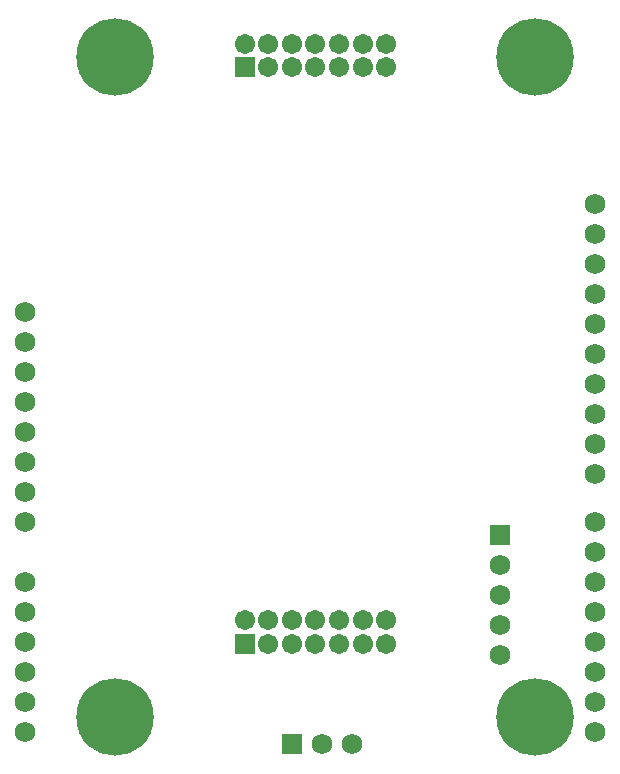
<source format=gbs>
%FSAX24Y24*%
%MOIN*%
G70*
G01*
G75*
G04 Layer_Color=16711935*
%ADD10C,0.0197*%
%ADD11C,0.0591*%
%ADD12R,0.0591X0.0591*%
%ADD13C,0.0600*%
%ADD14R,0.0600X0.0600*%
%ADD15R,0.0600X0.0600*%
%ADD16C,0.2500*%
%ADD17C,0.0100*%
%ADD18C,0.0070*%
%ADD19C,0.0671*%
%ADD20R,0.0671X0.0671*%
%ADD21C,0.0680*%
%ADD22R,0.0680X0.0680*%
%ADD23R,0.0680X0.0680*%
%ADD24C,0.2580*%
D19*
X045544Y057977D02*
D03*
Y057190D02*
D03*
X044757Y057977D02*
D03*
Y057190D02*
D03*
X040820Y057977D02*
D03*
X041607Y057190D02*
D03*
X042395D02*
D03*
X043182D02*
D03*
X043970D02*
D03*
X041607Y057977D02*
D03*
X042395D02*
D03*
X043182D02*
D03*
X043970D02*
D03*
X045544Y077187D02*
D03*
Y076400D02*
D03*
X044757Y077187D02*
D03*
Y076400D02*
D03*
X040820Y077187D02*
D03*
X041607Y076400D02*
D03*
X042395D02*
D03*
X043182D02*
D03*
X043970D02*
D03*
X041607Y077187D02*
D03*
X042395D02*
D03*
X043182D02*
D03*
X043970D02*
D03*
D20*
X040820Y057190D02*
D03*
Y076400D02*
D03*
D21*
X052500Y070850D02*
D03*
Y069850D02*
D03*
Y068850D02*
D03*
Y067850D02*
D03*
Y066850D02*
D03*
Y065850D02*
D03*
Y064850D02*
D03*
Y063850D02*
D03*
Y062850D02*
D03*
Y061250D02*
D03*
Y060250D02*
D03*
Y059250D02*
D03*
Y058250D02*
D03*
Y057250D02*
D03*
Y056250D02*
D03*
Y055250D02*
D03*
Y054250D02*
D03*
X033500D02*
D03*
Y055250D02*
D03*
Y056250D02*
D03*
Y057250D02*
D03*
Y058250D02*
D03*
Y059250D02*
D03*
Y061250D02*
D03*
Y062250D02*
D03*
Y063250D02*
D03*
Y064250D02*
D03*
Y065250D02*
D03*
Y066250D02*
D03*
Y067250D02*
D03*
Y068250D02*
D03*
X052500Y071850D02*
D03*
X049340Y059810D02*
D03*
Y058810D02*
D03*
Y057810D02*
D03*
Y056810D02*
D03*
X044400Y053850D02*
D03*
X043400D02*
D03*
D22*
X049340Y060810D02*
D03*
D23*
X042400Y053850D02*
D03*
D24*
X036500Y054750D02*
D03*
Y076750D02*
D03*
X050500D02*
D03*
Y054750D02*
D03*
M02*

</source>
